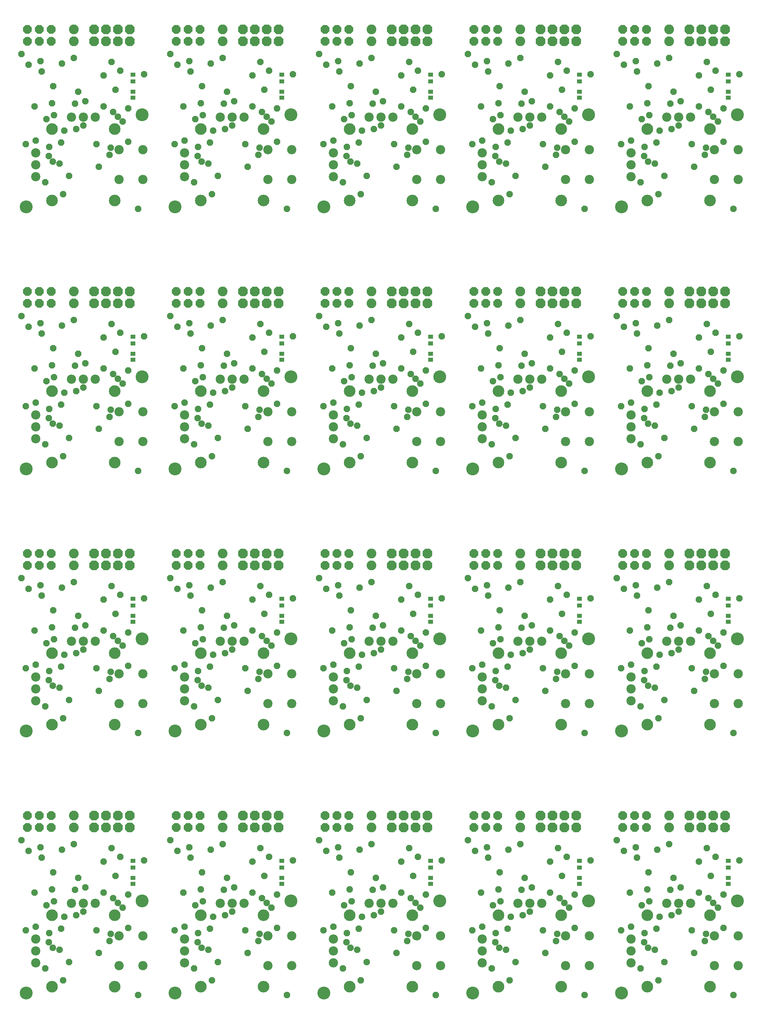
<source format=gts>
G75*
G70*
%OFA0B0*%
%FSLAX24Y24*%
%IPPOS*%
%LPD*%
%AMOC8*
5,1,8,0,0,1.08239X$1,22.5*
%
%ADD10C,0.1080*%
%ADD11OC8,0.0720*%
%ADD12C,0.0980*%
%ADD13C,0.0780*%
%ADD14C,0.0820*%
%ADD15R,0.0434X0.0356*%
%ADD16R,0.0395X0.0356*%
%ADD17OC8,0.0820*%
%ADD18OC8,0.0520*%
D10*
X001565Y005351D03*
X011315Y013101D03*
X014065Y005351D03*
X023815Y013101D03*
X026565Y005351D03*
X036315Y013101D03*
X039065Y005351D03*
X048815Y013101D03*
X051565Y005351D03*
X061315Y013101D03*
X051565Y027351D03*
X048815Y035101D03*
X039065Y027351D03*
X036315Y035101D03*
X026565Y027351D03*
X023815Y035101D03*
X014065Y027351D03*
X011315Y035101D03*
X001565Y027351D03*
X001565Y049351D03*
X011315Y057101D03*
X014065Y049351D03*
X023815Y057101D03*
X026565Y049351D03*
X036315Y057101D03*
X039065Y049351D03*
X048815Y057101D03*
X051565Y049351D03*
X061315Y057101D03*
X051565Y071351D03*
X048815Y079101D03*
X039065Y071351D03*
X036315Y079101D03*
X026565Y071351D03*
X023815Y079101D03*
X014065Y071351D03*
X011315Y079101D03*
X001565Y071351D03*
X061315Y079101D03*
X061315Y035101D03*
D11*
X053665Y041261D03*
X052665Y041261D03*
X051665Y041261D03*
X051665Y042261D03*
X052665Y042261D03*
X053665Y042261D03*
X041165Y042261D03*
X041165Y041261D03*
X040165Y041261D03*
X039165Y041261D03*
X039165Y042261D03*
X040165Y042261D03*
X028665Y042261D03*
X027665Y042261D03*
X027665Y041261D03*
X028665Y041261D03*
X026665Y041261D03*
X026665Y042261D03*
X016165Y042261D03*
X015165Y042261D03*
X015165Y041261D03*
X016165Y041261D03*
X014165Y041261D03*
X014165Y042261D03*
X003665Y042261D03*
X002665Y042261D03*
X002665Y041261D03*
X003665Y041261D03*
X001665Y041261D03*
X001665Y042261D03*
X001665Y063261D03*
X002665Y063261D03*
X003665Y063261D03*
X003665Y064261D03*
X002665Y064261D03*
X001665Y064261D03*
X014165Y064261D03*
X014165Y063261D03*
X015165Y063261D03*
X016165Y063261D03*
X016165Y064261D03*
X015165Y064261D03*
X026665Y064261D03*
X026665Y063261D03*
X027665Y063261D03*
X028665Y063261D03*
X028665Y064261D03*
X027665Y064261D03*
X039165Y064261D03*
X040165Y064261D03*
X040165Y063261D03*
X039165Y063261D03*
X041165Y063261D03*
X041165Y064261D03*
X051665Y064261D03*
X052665Y064261D03*
X052665Y063261D03*
X051665Y063261D03*
X053665Y063261D03*
X053665Y064261D03*
X053665Y085261D03*
X053665Y086261D03*
X052665Y086261D03*
X052665Y085261D03*
X051665Y085261D03*
X051665Y086261D03*
X041165Y086261D03*
X041165Y085261D03*
X040165Y085261D03*
X039165Y085261D03*
X039165Y086261D03*
X040165Y086261D03*
X028665Y086261D03*
X028665Y085261D03*
X027665Y085261D03*
X027665Y086261D03*
X026665Y086261D03*
X026665Y085261D03*
X016165Y085261D03*
X015165Y085261D03*
X015165Y086261D03*
X016165Y086261D03*
X014165Y086261D03*
X014165Y085261D03*
X003665Y085261D03*
X002665Y085261D03*
X002665Y086261D03*
X003665Y086261D03*
X001665Y086261D03*
X001665Y085261D03*
X001665Y020261D03*
X001665Y019261D03*
X002665Y019261D03*
X003665Y019261D03*
X003665Y020261D03*
X002665Y020261D03*
X014165Y020261D03*
X014165Y019261D03*
X015165Y019261D03*
X016165Y019261D03*
X016165Y020261D03*
X015165Y020261D03*
X026665Y020261D03*
X026665Y019261D03*
X027665Y019261D03*
X028665Y019261D03*
X028665Y020261D03*
X027665Y020261D03*
X039165Y020261D03*
X040165Y020261D03*
X040165Y019261D03*
X039165Y019261D03*
X041165Y019261D03*
X041165Y020261D03*
X051665Y020261D03*
X052665Y020261D03*
X052665Y019261D03*
X051665Y019261D03*
X053665Y019261D03*
X053665Y020261D03*
D12*
X053760Y027901D03*
X053760Y033901D03*
X059010Y033901D03*
X059010Y027901D03*
X059010Y011901D03*
X059010Y005901D03*
X053760Y005901D03*
X053760Y011901D03*
X046510Y011901D03*
X046510Y005901D03*
X041260Y005901D03*
X041260Y011901D03*
X034010Y011901D03*
X034010Y005901D03*
X028760Y005901D03*
X028760Y011901D03*
X021510Y011901D03*
X021510Y005901D03*
X016260Y005901D03*
X016260Y011901D03*
X009010Y011901D03*
X009010Y005901D03*
X003760Y005901D03*
X003760Y011901D03*
X003760Y027901D03*
X003760Y033901D03*
X009010Y033901D03*
X009010Y027901D03*
X016260Y027901D03*
X016260Y033901D03*
X021510Y033901D03*
X021510Y027901D03*
X028760Y027901D03*
X028760Y033901D03*
X034010Y033901D03*
X034010Y027901D03*
X041260Y027901D03*
X041260Y033901D03*
X046510Y033901D03*
X046510Y027901D03*
X046510Y049901D03*
X046510Y055901D03*
X041260Y055901D03*
X041260Y049901D03*
X034010Y049901D03*
X034010Y055901D03*
X028760Y055901D03*
X028760Y049901D03*
X021510Y049901D03*
X021510Y055901D03*
X016260Y055901D03*
X016260Y049901D03*
X009010Y049901D03*
X009010Y055901D03*
X003760Y055901D03*
X003760Y049901D03*
X003760Y071901D03*
X003760Y077901D03*
X009010Y077901D03*
X009010Y071901D03*
X016260Y071901D03*
X016260Y077901D03*
X021510Y077901D03*
X021510Y071901D03*
X028760Y071901D03*
X028760Y077901D03*
X034010Y077901D03*
X034010Y071901D03*
X041260Y071901D03*
X041260Y077901D03*
X046510Y077901D03*
X046510Y071901D03*
X053760Y071901D03*
X053760Y077901D03*
X059010Y077901D03*
X059010Y071901D03*
X059010Y055901D03*
X059010Y049901D03*
X053760Y049901D03*
X053760Y055901D03*
D13*
X052385Y053901D03*
X052385Y052901D03*
X052385Y051901D03*
X055385Y056901D03*
X056385Y056901D03*
X057385Y056901D03*
X059385Y054151D03*
X061385Y054151D03*
X061385Y051651D03*
X059385Y051651D03*
X048885Y051651D03*
X046885Y051651D03*
X046885Y054151D03*
X048885Y054151D03*
X044885Y056901D03*
X043885Y056901D03*
X042885Y056901D03*
X039885Y053901D03*
X039885Y052901D03*
X039885Y051901D03*
X036385Y051651D03*
X034385Y051651D03*
X034385Y054151D03*
X036385Y054151D03*
X032385Y056901D03*
X031385Y056901D03*
X030385Y056901D03*
X027385Y053901D03*
X027385Y052901D03*
X027385Y051901D03*
X023885Y051651D03*
X021885Y051651D03*
X021885Y054151D03*
X023885Y054151D03*
X019885Y056901D03*
X018885Y056901D03*
X017885Y056901D03*
X014885Y053901D03*
X014885Y052901D03*
X014885Y051901D03*
X011385Y051651D03*
X011385Y054151D03*
X009385Y054151D03*
X009385Y051651D03*
X007385Y056901D03*
X006385Y056901D03*
X005385Y056901D03*
X002385Y053901D03*
X002385Y052901D03*
X002385Y051901D03*
X005385Y034901D03*
X006385Y034901D03*
X007385Y034901D03*
X009385Y032151D03*
X009385Y029651D03*
X011385Y029651D03*
X011385Y032151D03*
X014885Y031901D03*
X014885Y030901D03*
X014885Y029901D03*
X017885Y034901D03*
X018885Y034901D03*
X019885Y034901D03*
X021885Y032151D03*
X023885Y032151D03*
X023885Y029651D03*
X021885Y029651D03*
X027385Y029901D03*
X027385Y030901D03*
X027385Y031901D03*
X030385Y034901D03*
X031385Y034901D03*
X032385Y034901D03*
X034385Y032151D03*
X036385Y032151D03*
X036385Y029651D03*
X034385Y029651D03*
X039885Y029901D03*
X039885Y030901D03*
X039885Y031901D03*
X042885Y034901D03*
X043885Y034901D03*
X044885Y034901D03*
X046885Y032151D03*
X048885Y032151D03*
X048885Y029651D03*
X046885Y029651D03*
X052385Y029901D03*
X052385Y030901D03*
X052385Y031901D03*
X055385Y034901D03*
X056385Y034901D03*
X057385Y034901D03*
X059385Y032151D03*
X061385Y032151D03*
X061385Y029651D03*
X059385Y029651D03*
X057385Y012901D03*
X056385Y012901D03*
X055385Y012901D03*
X052385Y009901D03*
X052385Y008901D03*
X052385Y007901D03*
X048885Y007651D03*
X046885Y007651D03*
X046885Y010151D03*
X048885Y010151D03*
X044885Y012901D03*
X043885Y012901D03*
X042885Y012901D03*
X039885Y009901D03*
X039885Y008901D03*
X039885Y007901D03*
X036385Y007651D03*
X034385Y007651D03*
X034385Y010151D03*
X036385Y010151D03*
X032385Y012901D03*
X031385Y012901D03*
X030385Y012901D03*
X027385Y009901D03*
X027385Y008901D03*
X027385Y007901D03*
X023885Y007651D03*
X021885Y007651D03*
X021885Y010151D03*
X023885Y010151D03*
X019885Y012901D03*
X018885Y012901D03*
X017885Y012901D03*
X014885Y009901D03*
X014885Y008901D03*
X014885Y007901D03*
X011385Y007651D03*
X011385Y010151D03*
X009385Y010151D03*
X009385Y007651D03*
X007385Y012901D03*
X006385Y012901D03*
X005385Y012901D03*
X002385Y009901D03*
X002385Y008901D03*
X002385Y007901D03*
X002385Y029901D03*
X002385Y030901D03*
X002385Y031901D03*
X009385Y073651D03*
X009385Y076151D03*
X007385Y078901D03*
X006385Y078901D03*
X005385Y078901D03*
X002385Y075901D03*
X002385Y074901D03*
X002385Y073901D03*
X011385Y073651D03*
X011385Y076151D03*
X014885Y075901D03*
X014885Y074901D03*
X014885Y073901D03*
X017885Y078901D03*
X018885Y078901D03*
X019885Y078901D03*
X021885Y076151D03*
X023885Y076151D03*
X023885Y073651D03*
X021885Y073651D03*
X027385Y073901D03*
X027385Y074901D03*
X027385Y075901D03*
X030385Y078901D03*
X031385Y078901D03*
X032385Y078901D03*
X034385Y076151D03*
X036385Y076151D03*
X036385Y073651D03*
X034385Y073651D03*
X039885Y073901D03*
X039885Y074901D03*
X039885Y075901D03*
X042885Y078901D03*
X043885Y078901D03*
X044885Y078901D03*
X046885Y076151D03*
X048885Y076151D03*
X048885Y073651D03*
X046885Y073651D03*
X052385Y073901D03*
X052385Y074901D03*
X052385Y075901D03*
X055385Y078901D03*
X056385Y078901D03*
X057385Y078901D03*
X059385Y076151D03*
X061385Y076151D03*
X061385Y073651D03*
X059385Y073651D03*
X059385Y010151D03*
X061385Y010151D03*
X061385Y007651D03*
X059385Y007651D03*
D14*
X055565Y019261D03*
X055565Y020261D03*
X043065Y020261D03*
X043065Y019261D03*
X030565Y019261D03*
X030565Y020261D03*
X018065Y020261D03*
X018065Y019261D03*
X005565Y019261D03*
X005565Y020261D03*
X005565Y041261D03*
X005565Y042261D03*
X018065Y042261D03*
X018065Y041261D03*
X030565Y041261D03*
X030565Y042261D03*
X043065Y042261D03*
X043065Y041261D03*
X055565Y041261D03*
X055565Y042261D03*
X055565Y063261D03*
X055565Y064261D03*
X043065Y064261D03*
X043065Y063261D03*
X030565Y063261D03*
X030565Y064261D03*
X018065Y064261D03*
X018065Y063261D03*
X005565Y063261D03*
X005565Y064261D03*
X005565Y085261D03*
X005565Y086261D03*
X018065Y086261D03*
X018065Y085261D03*
X030565Y085261D03*
X030565Y086261D03*
X043065Y086261D03*
X043065Y085261D03*
X055565Y085261D03*
X055565Y086261D03*
D15*
X060535Y081886D03*
X060535Y081037D03*
X060535Y080526D03*
X048035Y080526D03*
X048035Y081037D03*
X048035Y081886D03*
X035535Y081886D03*
X035535Y081037D03*
X035535Y080526D03*
X023035Y080526D03*
X023035Y081037D03*
X023035Y081886D03*
X010535Y081886D03*
X010535Y081037D03*
X010535Y080526D03*
X010535Y059886D03*
X010535Y059037D03*
X010535Y058526D03*
X023035Y058526D03*
X023035Y059037D03*
X023035Y059886D03*
X035535Y059886D03*
X035535Y059037D03*
X035535Y058526D03*
X048035Y058526D03*
X048035Y059037D03*
X048035Y059886D03*
X060535Y059886D03*
X060535Y059037D03*
X060535Y058526D03*
X060535Y037886D03*
X060535Y037037D03*
X060535Y036526D03*
X048035Y036526D03*
X048035Y037037D03*
X048035Y037886D03*
X035535Y037886D03*
X035535Y037037D03*
X035535Y036526D03*
X023035Y036526D03*
X023035Y037037D03*
X023035Y037886D03*
X010535Y037886D03*
X010535Y037037D03*
X010535Y036526D03*
X010535Y015886D03*
X010535Y015037D03*
X010535Y014526D03*
X023035Y014526D03*
X023035Y015037D03*
X023035Y015886D03*
X035535Y015886D03*
X035535Y015037D03*
X035535Y014526D03*
X048035Y014526D03*
X048035Y015037D03*
X048035Y015886D03*
X060535Y015886D03*
X060535Y015037D03*
X060535Y014526D03*
D16*
X060535Y016477D03*
X048035Y016477D03*
X035535Y016477D03*
X023035Y016477D03*
X010535Y016477D03*
X010535Y038477D03*
X023035Y038477D03*
X035535Y038477D03*
X048035Y038477D03*
X060535Y038477D03*
X060535Y060477D03*
X048035Y060477D03*
X035535Y060477D03*
X023035Y060477D03*
X010535Y060477D03*
X010535Y082477D03*
X023035Y082477D03*
X035535Y082477D03*
X048035Y082477D03*
X060535Y082477D03*
D17*
X060265Y085261D03*
X059265Y085261D03*
X059265Y086261D03*
X060265Y086261D03*
X058265Y086261D03*
X058265Y085261D03*
X057265Y085261D03*
X057265Y086261D03*
X047765Y086261D03*
X047765Y085261D03*
X046765Y085261D03*
X046765Y086261D03*
X045765Y086261D03*
X045765Y085261D03*
X044765Y085261D03*
X044765Y086261D03*
X035265Y086261D03*
X035265Y085261D03*
X034265Y085261D03*
X034265Y086261D03*
X033265Y086261D03*
X033265Y085261D03*
X032265Y085261D03*
X032265Y086261D03*
X022765Y086261D03*
X022765Y085261D03*
X021765Y085261D03*
X020765Y085261D03*
X020765Y086261D03*
X021765Y086261D03*
X019765Y086261D03*
X019765Y085261D03*
X010265Y085261D03*
X010265Y086261D03*
X009265Y086261D03*
X009265Y085261D03*
X008265Y085261D03*
X008265Y086261D03*
X007265Y086261D03*
X007265Y085261D03*
X007265Y064261D03*
X007265Y063261D03*
X008265Y063261D03*
X009265Y063261D03*
X010265Y063261D03*
X010265Y064261D03*
X009265Y064261D03*
X008265Y064261D03*
X019765Y064261D03*
X019765Y063261D03*
X020765Y063261D03*
X021765Y063261D03*
X022765Y063261D03*
X022765Y064261D03*
X021765Y064261D03*
X020765Y064261D03*
X032265Y064261D03*
X033265Y064261D03*
X033265Y063261D03*
X032265Y063261D03*
X034265Y063261D03*
X035265Y063261D03*
X035265Y064261D03*
X034265Y064261D03*
X044765Y064261D03*
X045765Y064261D03*
X045765Y063261D03*
X044765Y063261D03*
X046765Y063261D03*
X047765Y063261D03*
X047765Y064261D03*
X046765Y064261D03*
X057265Y064261D03*
X058265Y064261D03*
X058265Y063261D03*
X057265Y063261D03*
X059265Y063261D03*
X060265Y063261D03*
X060265Y064261D03*
X059265Y064261D03*
X059265Y042261D03*
X060265Y042261D03*
X060265Y041261D03*
X059265Y041261D03*
X058265Y041261D03*
X057265Y041261D03*
X057265Y042261D03*
X058265Y042261D03*
X047765Y042261D03*
X046765Y042261D03*
X046765Y041261D03*
X047765Y041261D03*
X045765Y041261D03*
X044765Y041261D03*
X044765Y042261D03*
X045765Y042261D03*
X035265Y042261D03*
X035265Y041261D03*
X034265Y041261D03*
X033265Y041261D03*
X032265Y041261D03*
X032265Y042261D03*
X033265Y042261D03*
X034265Y042261D03*
X022765Y042261D03*
X022765Y041261D03*
X021765Y041261D03*
X020765Y041261D03*
X019765Y041261D03*
X019765Y042261D03*
X020765Y042261D03*
X021765Y042261D03*
X010265Y042261D03*
X010265Y041261D03*
X009265Y041261D03*
X008265Y041261D03*
X007265Y041261D03*
X007265Y042261D03*
X008265Y042261D03*
X009265Y042261D03*
X009265Y020261D03*
X008265Y020261D03*
X008265Y019261D03*
X009265Y019261D03*
X010265Y019261D03*
X010265Y020261D03*
X007265Y020261D03*
X007265Y019261D03*
X019765Y019261D03*
X020765Y019261D03*
X021765Y019261D03*
X022765Y019261D03*
X022765Y020261D03*
X021765Y020261D03*
X020765Y020261D03*
X019765Y020261D03*
X032265Y020261D03*
X033265Y020261D03*
X033265Y019261D03*
X032265Y019261D03*
X034265Y019261D03*
X035265Y019261D03*
X035265Y020261D03*
X034265Y020261D03*
X044765Y020261D03*
X045765Y020261D03*
X045765Y019261D03*
X044765Y019261D03*
X046765Y019261D03*
X047765Y019261D03*
X047765Y020261D03*
X046765Y020261D03*
X057265Y020261D03*
X058265Y020261D03*
X058265Y019261D03*
X057265Y019261D03*
X059265Y019261D03*
X060265Y019261D03*
X060265Y020261D03*
X059265Y020261D03*
D18*
X058735Y017531D03*
X059485Y016781D03*
X058085Y016381D03*
X059085Y015181D03*
X058095Y013781D03*
X058885Y013331D03*
X059285Y012931D03*
X059685Y012531D03*
X060135Y013631D03*
X060135Y010831D03*
X058687Y010339D03*
X058585Y009731D03*
X057685Y008731D03*
X057485Y010631D03*
X056385Y012181D03*
X055785Y011891D03*
X054775Y011751D03*
X054525Y010771D03*
X053505Y010411D03*
X053485Y009631D03*
X053805Y009151D03*
X054365Y008991D03*
X055185Y007971D03*
X054685Y006431D03*
X053185Y007431D03*
X052375Y010931D03*
X051535Y010631D03*
X053285Y012731D03*
X053919Y013076D03*
X053735Y014051D03*
X053855Y015501D03*
X052885Y016731D03*
X052785Y017581D03*
X051785Y017281D03*
X051185Y018181D03*
X048985Y016481D03*
X046985Y016781D03*
X046235Y017531D03*
X045585Y016381D03*
X046585Y015181D03*
X045595Y013781D03*
X046385Y013331D03*
X046785Y012931D03*
X047185Y012531D03*
X047635Y013631D03*
X047635Y010831D03*
X046187Y010339D03*
X046085Y009731D03*
X045185Y008731D03*
X044985Y010631D03*
X043885Y012181D03*
X043285Y011891D03*
X042275Y011751D03*
X042025Y010771D03*
X041005Y010411D03*
X040985Y009631D03*
X041305Y009151D03*
X041865Y008991D03*
X042685Y007971D03*
X042185Y006431D03*
X040685Y007431D03*
X039875Y010931D03*
X039035Y010631D03*
X040785Y012731D03*
X041419Y013076D03*
X041235Y014051D03*
X041355Y015501D03*
X040385Y016731D03*
X040285Y017581D03*
X039285Y017281D03*
X038685Y018181D03*
X036485Y016481D03*
X035135Y013631D03*
X034285Y012931D03*
X034685Y012531D03*
X033885Y013331D03*
X033095Y013781D03*
X031535Y014231D03*
X030935Y015031D03*
X030685Y014031D03*
X031385Y012181D03*
X030785Y011891D03*
X029775Y011751D03*
X029525Y010771D03*
X028505Y010411D03*
X028485Y009631D03*
X028805Y009151D03*
X029365Y008991D03*
X030185Y007971D03*
X029685Y006431D03*
X028185Y007431D03*
X027375Y010931D03*
X026535Y010631D03*
X028285Y012731D03*
X028919Y013076D03*
X028735Y014051D03*
X028855Y015501D03*
X027885Y016731D03*
X027785Y017581D03*
X026785Y017281D03*
X026185Y018181D03*
X023985Y016481D03*
X022635Y013631D03*
X022185Y012531D03*
X021785Y012931D03*
X021385Y013331D03*
X020595Y013781D03*
X019035Y014231D03*
X018435Y015031D03*
X018185Y014031D03*
X018885Y012181D03*
X018285Y011891D03*
X017275Y011751D03*
X017025Y010771D03*
X016005Y010411D03*
X015985Y009631D03*
X016305Y009151D03*
X016865Y008991D03*
X017685Y007971D03*
X017185Y006431D03*
X015685Y007431D03*
X014875Y010931D03*
X014035Y010631D03*
X015785Y012731D03*
X016419Y013076D03*
X016235Y014051D03*
X016355Y015501D03*
X015385Y016731D03*
X015285Y017581D03*
X014285Y017281D03*
X013685Y018181D03*
X011485Y016481D03*
X009485Y016781D03*
X008735Y017531D03*
X008085Y016381D03*
X009085Y015181D03*
X008095Y013781D03*
X008885Y013331D03*
X009285Y012931D03*
X009685Y012531D03*
X010135Y013631D03*
X010135Y010831D03*
X008687Y010339D03*
X008585Y009731D03*
X007685Y008731D03*
X007485Y010631D03*
X006385Y012181D03*
X005785Y011891D03*
X004775Y011751D03*
X004525Y010771D03*
X003505Y010411D03*
X003485Y009631D03*
X003805Y009151D03*
X004365Y008991D03*
X005185Y007971D03*
X004685Y006431D03*
X003185Y007431D03*
X002375Y010931D03*
X001535Y010631D03*
X003285Y012731D03*
X003919Y013076D03*
X003735Y014051D03*
X003855Y015501D03*
X002885Y016731D03*
X002785Y017581D03*
X001785Y017281D03*
X001185Y018181D03*
X002285Y013781D03*
X004585Y017381D03*
X005565Y017851D03*
X005935Y015031D03*
X006535Y014231D03*
X005685Y014031D03*
X010985Y005181D03*
X014785Y013781D03*
X017085Y017381D03*
X018065Y017851D03*
X020585Y016381D03*
X021235Y017531D03*
X021985Y016781D03*
X021585Y015181D03*
X022635Y010831D03*
X021187Y010339D03*
X021085Y009731D03*
X020185Y008731D03*
X019985Y010631D03*
X023485Y005181D03*
X027285Y013781D03*
X029585Y017381D03*
X030565Y017851D03*
X033085Y016381D03*
X033735Y017531D03*
X034485Y016781D03*
X034085Y015181D03*
X035135Y010831D03*
X033687Y010339D03*
X033585Y009731D03*
X032685Y008731D03*
X032485Y010631D03*
X035985Y005181D03*
X039785Y013781D03*
X042085Y017381D03*
X043065Y017851D03*
X043435Y015031D03*
X044035Y014231D03*
X043185Y014031D03*
X048485Y005181D03*
X052285Y013781D03*
X054585Y017381D03*
X055565Y017851D03*
X055935Y015031D03*
X056535Y014231D03*
X055685Y014031D03*
X061485Y016481D03*
X060985Y027181D03*
X057685Y030731D03*
X058585Y031731D03*
X058687Y032339D03*
X057485Y032631D03*
X056385Y034181D03*
X055785Y033891D03*
X054775Y033751D03*
X054525Y032771D03*
X053505Y032411D03*
X053485Y031631D03*
X053805Y031151D03*
X054365Y030991D03*
X055185Y029971D03*
X054685Y028431D03*
X053185Y029431D03*
X052375Y032931D03*
X051535Y032631D03*
X053285Y034731D03*
X053919Y035076D03*
X053735Y036051D03*
X053855Y037501D03*
X052885Y038731D03*
X052785Y039581D03*
X051785Y039281D03*
X051185Y040181D03*
X048985Y038481D03*
X046985Y038781D03*
X046235Y039531D03*
X045585Y038381D03*
X046585Y037181D03*
X045595Y035781D03*
X046385Y035331D03*
X046785Y034931D03*
X047185Y034531D03*
X047635Y035631D03*
X047635Y032831D03*
X046187Y032339D03*
X046085Y031731D03*
X045185Y030731D03*
X044985Y032631D03*
X043885Y034181D03*
X043285Y033891D03*
X042275Y033751D03*
X042025Y032771D03*
X041005Y032411D03*
X040985Y031631D03*
X041305Y031151D03*
X041865Y030991D03*
X042685Y029971D03*
X042185Y028431D03*
X040685Y029431D03*
X039875Y032931D03*
X039035Y032631D03*
X040785Y034731D03*
X041419Y035076D03*
X041235Y036051D03*
X041355Y037501D03*
X040385Y038731D03*
X040285Y039581D03*
X039285Y039281D03*
X038685Y040181D03*
X036485Y038481D03*
X035135Y035631D03*
X034285Y034931D03*
X034685Y034531D03*
X033885Y035331D03*
X033095Y035781D03*
X031535Y036231D03*
X030935Y037031D03*
X030685Y036031D03*
X028735Y036051D03*
X028855Y037501D03*
X027885Y038731D03*
X027785Y039581D03*
X026785Y039281D03*
X026185Y040181D03*
X023985Y038481D03*
X022635Y035631D03*
X022185Y034531D03*
X021785Y034931D03*
X021385Y035331D03*
X020595Y035781D03*
X019035Y036231D03*
X018435Y037031D03*
X018185Y036031D03*
X016419Y035076D03*
X015785Y034731D03*
X016235Y036051D03*
X016355Y037501D03*
X015385Y038731D03*
X015285Y039581D03*
X014285Y039281D03*
X013685Y040181D03*
X011485Y038481D03*
X009485Y038781D03*
X008735Y039531D03*
X008085Y038381D03*
X009085Y037181D03*
X008095Y035781D03*
X008885Y035331D03*
X009285Y034931D03*
X009685Y034531D03*
X010135Y035631D03*
X010135Y032831D03*
X008687Y032339D03*
X008585Y031731D03*
X007685Y030731D03*
X007485Y032631D03*
X006385Y034181D03*
X005785Y033891D03*
X004775Y033751D03*
X004525Y032771D03*
X003505Y032411D03*
X003485Y031631D03*
X003805Y031151D03*
X004365Y030991D03*
X005185Y029971D03*
X004685Y028431D03*
X003185Y029431D03*
X002375Y032931D03*
X001535Y032631D03*
X003285Y034731D03*
X003919Y035076D03*
X003735Y036051D03*
X003855Y037501D03*
X002885Y038731D03*
X002785Y039581D03*
X001785Y039281D03*
X001185Y040181D03*
X002285Y035781D03*
X004585Y039381D03*
X005565Y039851D03*
X005935Y037031D03*
X006535Y036231D03*
X005685Y036031D03*
X010985Y027181D03*
X015685Y029431D03*
X016305Y031151D03*
X015985Y031631D03*
X016005Y032411D03*
X016865Y030991D03*
X017685Y029971D03*
X017185Y028431D03*
X020185Y030731D03*
X021085Y031731D03*
X021187Y032339D03*
X019985Y032631D03*
X018885Y034181D03*
X018285Y033891D03*
X017275Y033751D03*
X017025Y032771D03*
X014875Y032931D03*
X014035Y032631D03*
X014785Y035781D03*
X017085Y039381D03*
X018065Y039851D03*
X020585Y038381D03*
X021235Y039531D03*
X021985Y038781D03*
X021585Y037181D03*
X022635Y032831D03*
X026535Y032631D03*
X027375Y032931D03*
X028505Y032411D03*
X028485Y031631D03*
X028805Y031151D03*
X029365Y030991D03*
X030185Y029971D03*
X029685Y028431D03*
X028185Y029431D03*
X029525Y032771D03*
X029775Y033751D03*
X030785Y033891D03*
X031385Y034181D03*
X032485Y032631D03*
X033687Y032339D03*
X033585Y031731D03*
X032685Y030731D03*
X035135Y032831D03*
X034085Y037181D03*
X033085Y038381D03*
X033735Y039531D03*
X034485Y038781D03*
X030565Y039851D03*
X029585Y039381D03*
X027285Y035781D03*
X028285Y034731D03*
X028919Y035076D03*
X023485Y027181D03*
X035985Y027181D03*
X039785Y035781D03*
X042085Y039381D03*
X043065Y039851D03*
X043435Y037031D03*
X044035Y036231D03*
X043185Y036031D03*
X048485Y027181D03*
X052285Y035781D03*
X054585Y039381D03*
X055565Y039851D03*
X055935Y037031D03*
X056535Y036231D03*
X055685Y036031D03*
X058095Y035781D03*
X058885Y035331D03*
X059285Y034931D03*
X059685Y034531D03*
X060135Y035631D03*
X059085Y037181D03*
X058085Y038381D03*
X058735Y039531D03*
X059485Y038781D03*
X061485Y038481D03*
X060135Y032831D03*
X060985Y049181D03*
X057685Y052731D03*
X058585Y053731D03*
X058687Y054339D03*
X057485Y054631D03*
X056385Y056181D03*
X055785Y055891D03*
X054775Y055751D03*
X054525Y054771D03*
X053505Y054411D03*
X053485Y053631D03*
X053805Y053151D03*
X054365Y052991D03*
X055185Y051971D03*
X054685Y050431D03*
X053185Y051431D03*
X052375Y054931D03*
X051535Y054631D03*
X053285Y056731D03*
X053919Y057076D03*
X053735Y058051D03*
X053855Y059501D03*
X052885Y060731D03*
X052785Y061581D03*
X051785Y061281D03*
X051185Y062181D03*
X048985Y060481D03*
X046985Y060781D03*
X046235Y061531D03*
X045585Y060381D03*
X046585Y059181D03*
X045595Y057781D03*
X046385Y057331D03*
X046785Y056931D03*
X047185Y056531D03*
X047635Y057631D03*
X047635Y054831D03*
X046187Y054339D03*
X046085Y053731D03*
X045185Y052731D03*
X044985Y054631D03*
X043885Y056181D03*
X043285Y055891D03*
X042275Y055751D03*
X042025Y054771D03*
X041005Y054411D03*
X040985Y053631D03*
X041305Y053151D03*
X041865Y052991D03*
X042685Y051971D03*
X042185Y050431D03*
X040685Y051431D03*
X039875Y054931D03*
X039035Y054631D03*
X040785Y056731D03*
X041419Y057076D03*
X041235Y058051D03*
X041355Y059501D03*
X040385Y060731D03*
X040285Y061581D03*
X039285Y061281D03*
X038685Y062181D03*
X036485Y060481D03*
X035135Y057631D03*
X034285Y056931D03*
X034685Y056531D03*
X033885Y057331D03*
X033095Y057781D03*
X031535Y058231D03*
X030935Y059031D03*
X030685Y058031D03*
X028735Y058051D03*
X028855Y059501D03*
X027885Y060731D03*
X027785Y061581D03*
X026785Y061281D03*
X026185Y062181D03*
X023985Y060481D03*
X022635Y057631D03*
X022185Y056531D03*
X021785Y056931D03*
X021385Y057331D03*
X020595Y057781D03*
X019035Y058231D03*
X018435Y059031D03*
X018185Y058031D03*
X016419Y057076D03*
X015785Y056731D03*
X016235Y058051D03*
X016355Y059501D03*
X015385Y060731D03*
X015285Y061581D03*
X014285Y061281D03*
X013685Y062181D03*
X011485Y060481D03*
X009485Y060781D03*
X008735Y061531D03*
X008085Y060381D03*
X009085Y059181D03*
X008095Y057781D03*
X008885Y057331D03*
X009285Y056931D03*
X009685Y056531D03*
X010135Y057631D03*
X010135Y054831D03*
X008687Y054339D03*
X008585Y053731D03*
X007685Y052731D03*
X007485Y054631D03*
X006385Y056181D03*
X005785Y055891D03*
X004775Y055751D03*
X004525Y054771D03*
X003505Y054411D03*
X003485Y053631D03*
X003805Y053151D03*
X004365Y052991D03*
X005185Y051971D03*
X004685Y050431D03*
X003185Y051431D03*
X002375Y054931D03*
X001535Y054631D03*
X003285Y056731D03*
X003919Y057076D03*
X003735Y058051D03*
X003855Y059501D03*
X002885Y060731D03*
X002785Y061581D03*
X001785Y061281D03*
X001185Y062181D03*
X002285Y057781D03*
X004585Y061381D03*
X005565Y061851D03*
X005935Y059031D03*
X006535Y058231D03*
X005685Y058031D03*
X010985Y049181D03*
X015685Y051431D03*
X016305Y053151D03*
X015985Y053631D03*
X016005Y054411D03*
X016865Y052991D03*
X017685Y051971D03*
X017185Y050431D03*
X020185Y052731D03*
X021085Y053731D03*
X021187Y054339D03*
X019985Y054631D03*
X018885Y056181D03*
X018285Y055891D03*
X017275Y055751D03*
X017025Y054771D03*
X014875Y054931D03*
X014035Y054631D03*
X014785Y057781D03*
X017085Y061381D03*
X018065Y061851D03*
X020585Y060381D03*
X021235Y061531D03*
X021985Y060781D03*
X021585Y059181D03*
X022635Y054831D03*
X026535Y054631D03*
X027375Y054931D03*
X028505Y054411D03*
X028485Y053631D03*
X028805Y053151D03*
X029365Y052991D03*
X030185Y051971D03*
X029685Y050431D03*
X028185Y051431D03*
X029525Y054771D03*
X029775Y055751D03*
X030785Y055891D03*
X031385Y056181D03*
X032485Y054631D03*
X033687Y054339D03*
X033585Y053731D03*
X032685Y052731D03*
X035135Y054831D03*
X034085Y059181D03*
X033085Y060381D03*
X033735Y061531D03*
X034485Y060781D03*
X030565Y061851D03*
X029585Y061381D03*
X027285Y057781D03*
X028285Y056731D03*
X028919Y057076D03*
X023485Y049181D03*
X035985Y049181D03*
X039785Y057781D03*
X042085Y061381D03*
X043065Y061851D03*
X043435Y059031D03*
X044035Y058231D03*
X043185Y058031D03*
X048485Y049181D03*
X052285Y057781D03*
X054585Y061381D03*
X055565Y061851D03*
X055935Y059031D03*
X056535Y058231D03*
X055685Y058031D03*
X058095Y057781D03*
X058885Y057331D03*
X059285Y056931D03*
X059685Y056531D03*
X060135Y057631D03*
X059085Y059181D03*
X058085Y060381D03*
X058735Y061531D03*
X059485Y060781D03*
X061485Y060481D03*
X060135Y054831D03*
X060985Y071181D03*
X058585Y075731D03*
X058687Y076339D03*
X057485Y076631D03*
X056385Y078181D03*
X055785Y077891D03*
X054775Y077751D03*
X054525Y076771D03*
X053505Y076411D03*
X053485Y075631D03*
X053805Y075151D03*
X054365Y074991D03*
X055185Y073971D03*
X054685Y072431D03*
X053185Y073431D03*
X052375Y076931D03*
X051535Y076631D03*
X053285Y078731D03*
X053919Y079076D03*
X053735Y080051D03*
X053855Y081501D03*
X052885Y082731D03*
X052785Y083581D03*
X051785Y083281D03*
X051185Y084181D03*
X048985Y082481D03*
X046985Y082781D03*
X046235Y083531D03*
X045585Y082381D03*
X046585Y081181D03*
X045595Y079781D03*
X046385Y079331D03*
X046785Y078931D03*
X047185Y078531D03*
X047635Y079631D03*
X047635Y076831D03*
X046187Y076339D03*
X046085Y075731D03*
X045185Y074731D03*
X044985Y076631D03*
X043885Y078181D03*
X043285Y077891D03*
X042275Y077751D03*
X042025Y076771D03*
X041005Y076411D03*
X040985Y075631D03*
X041305Y075151D03*
X041865Y074991D03*
X042685Y073971D03*
X042185Y072431D03*
X040685Y073431D03*
X039875Y076931D03*
X039035Y076631D03*
X040785Y078731D03*
X041419Y079076D03*
X041235Y080051D03*
X041355Y081501D03*
X040385Y082731D03*
X040285Y083581D03*
X039285Y083281D03*
X038685Y084181D03*
X036485Y082481D03*
X035135Y079631D03*
X034285Y078931D03*
X034685Y078531D03*
X033885Y079331D03*
X033095Y079781D03*
X031535Y080231D03*
X030935Y081031D03*
X030685Y080031D03*
X028735Y080051D03*
X028855Y081501D03*
X027885Y082731D03*
X027785Y083581D03*
X026785Y083281D03*
X026185Y084181D03*
X023985Y082481D03*
X022635Y079631D03*
X022185Y078531D03*
X021785Y078931D03*
X021385Y079331D03*
X020595Y079781D03*
X019035Y080231D03*
X018435Y081031D03*
X018185Y080031D03*
X016419Y079076D03*
X015785Y078731D03*
X016235Y080051D03*
X016355Y081501D03*
X015385Y082731D03*
X015285Y083581D03*
X014285Y083281D03*
X013685Y084181D03*
X011485Y082481D03*
X009485Y082781D03*
X008735Y083531D03*
X008085Y082381D03*
X009085Y081181D03*
X008095Y079781D03*
X008885Y079331D03*
X009285Y078931D03*
X009685Y078531D03*
X010135Y079631D03*
X010135Y076831D03*
X008687Y076339D03*
X008585Y075731D03*
X007685Y074731D03*
X007485Y076631D03*
X006385Y078181D03*
X005785Y077891D03*
X004775Y077751D03*
X004525Y076771D03*
X003505Y076411D03*
X003485Y075631D03*
X003805Y075151D03*
X004365Y074991D03*
X005185Y073971D03*
X004685Y072431D03*
X003185Y073431D03*
X002375Y076931D03*
X001535Y076631D03*
X003285Y078731D03*
X003919Y079076D03*
X003735Y080051D03*
X003855Y081501D03*
X002885Y082731D03*
X002785Y083581D03*
X001785Y083281D03*
X001185Y084181D03*
X002285Y079781D03*
X004585Y083381D03*
X005565Y083851D03*
X005935Y081031D03*
X006535Y080231D03*
X005685Y080031D03*
X010985Y071181D03*
X014035Y076631D03*
X014875Y076931D03*
X016005Y076411D03*
X015985Y075631D03*
X016305Y075151D03*
X016865Y074991D03*
X017685Y073971D03*
X017185Y072431D03*
X015685Y073431D03*
X017025Y076771D03*
X017275Y077751D03*
X018285Y077891D03*
X018885Y078181D03*
X019985Y076631D03*
X021187Y076339D03*
X021085Y075731D03*
X020185Y074731D03*
X022635Y076831D03*
X021585Y081181D03*
X020585Y082381D03*
X021235Y083531D03*
X021985Y082781D03*
X018065Y083851D03*
X017085Y083381D03*
X014785Y079781D03*
X023485Y071181D03*
X026535Y076631D03*
X027375Y076931D03*
X028505Y076411D03*
X028485Y075631D03*
X028805Y075151D03*
X029365Y074991D03*
X030185Y073971D03*
X029685Y072431D03*
X028185Y073431D03*
X029525Y076771D03*
X029775Y077751D03*
X030785Y077891D03*
X031385Y078181D03*
X032485Y076631D03*
X033687Y076339D03*
X033585Y075731D03*
X032685Y074731D03*
X035135Y076831D03*
X034085Y081181D03*
X033085Y082381D03*
X033735Y083531D03*
X034485Y082781D03*
X030565Y083851D03*
X029585Y083381D03*
X027285Y079781D03*
X028285Y078731D03*
X028919Y079076D03*
X035985Y071181D03*
X039785Y079781D03*
X042085Y083381D03*
X043065Y083851D03*
X043435Y081031D03*
X044035Y080231D03*
X043185Y080031D03*
X048485Y071181D03*
X052285Y079781D03*
X054585Y083381D03*
X055565Y083851D03*
X055935Y081031D03*
X056535Y080231D03*
X055685Y080031D03*
X058095Y079781D03*
X058885Y079331D03*
X059285Y078931D03*
X059685Y078531D03*
X060135Y079631D03*
X059085Y081181D03*
X058085Y082381D03*
X058735Y083531D03*
X059485Y082781D03*
X061485Y082481D03*
X060135Y076831D03*
X057685Y074731D03*
X060985Y005181D03*
M02*

</source>
